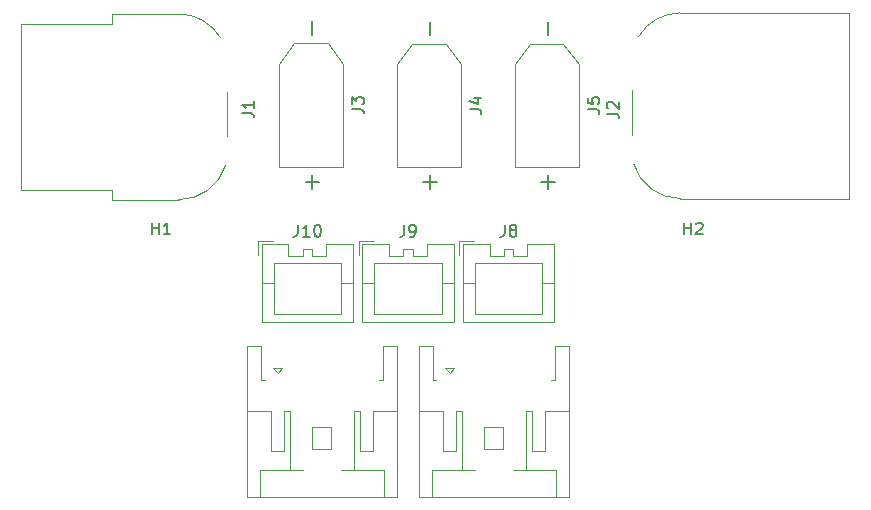
<source format=gbr>
%TF.GenerationSoftware,KiCad,Pcbnew,8.0.4*%
%TF.CreationDate,2024-07-22T18:27:50+09:00*%
%TF.ProjectId,RoboMaster branch circuit substrate-3,526f626f-4d61-4737-9465-72206272616e,rev?*%
%TF.SameCoordinates,Original*%
%TF.FileFunction,Legend,Top*%
%TF.FilePolarity,Positive*%
%FSLAX46Y46*%
G04 Gerber Fmt 4.6, Leading zero omitted, Abs format (unit mm)*
G04 Created by KiCad (PCBNEW 8.0.4) date 2024-07-22 18:27:50*
%MOMM*%
%LPD*%
G01*
G04 APERTURE LIST*
%ADD10C,0.150000*%
%ADD11C,0.120000*%
G04 APERTURE END LIST*
D10*
X172324819Y-99139999D02*
X173039104Y-99139999D01*
X173039104Y-99139999D02*
X173181961Y-99187618D01*
X173181961Y-99187618D02*
X173277200Y-99282856D01*
X173277200Y-99282856D02*
X173324819Y-99425713D01*
X173324819Y-99425713D02*
X173324819Y-99520951D01*
X172324819Y-98187618D02*
X172324819Y-98663808D01*
X172324819Y-98663808D02*
X172801009Y-98711427D01*
X172801009Y-98711427D02*
X172753390Y-98663808D01*
X172753390Y-98663808D02*
X172705771Y-98568570D01*
X172705771Y-98568570D02*
X172705771Y-98330475D01*
X172705771Y-98330475D02*
X172753390Y-98235237D01*
X172753390Y-98235237D02*
X172801009Y-98187618D01*
X172801009Y-98187618D02*
X172896247Y-98139999D01*
X172896247Y-98139999D02*
X173134342Y-98139999D01*
X173134342Y-98139999D02*
X173229580Y-98187618D01*
X173229580Y-98187618D02*
X173277200Y-98235237D01*
X173277200Y-98235237D02*
X173324819Y-98330475D01*
X173324819Y-98330475D02*
X173324819Y-98568570D01*
X173324819Y-98568570D02*
X173277200Y-98663808D01*
X173277200Y-98663808D02*
X173229580Y-98711427D01*
X168984700Y-105878094D02*
X168984700Y-104735237D01*
X169556128Y-105306665D02*
X168413271Y-105306665D01*
X168984700Y-92878094D02*
X168984700Y-91735237D01*
X165296666Y-108944819D02*
X165296666Y-109659104D01*
X165296666Y-109659104D02*
X165249047Y-109801961D01*
X165249047Y-109801961D02*
X165153809Y-109897200D01*
X165153809Y-109897200D02*
X165010952Y-109944819D01*
X165010952Y-109944819D02*
X164915714Y-109944819D01*
X165915714Y-109373390D02*
X165820476Y-109325771D01*
X165820476Y-109325771D02*
X165772857Y-109278152D01*
X165772857Y-109278152D02*
X165725238Y-109182914D01*
X165725238Y-109182914D02*
X165725238Y-109135295D01*
X165725238Y-109135295D02*
X165772857Y-109040057D01*
X165772857Y-109040057D02*
X165820476Y-108992438D01*
X165820476Y-108992438D02*
X165915714Y-108944819D01*
X165915714Y-108944819D02*
X166106190Y-108944819D01*
X166106190Y-108944819D02*
X166201428Y-108992438D01*
X166201428Y-108992438D02*
X166249047Y-109040057D01*
X166249047Y-109040057D02*
X166296666Y-109135295D01*
X166296666Y-109135295D02*
X166296666Y-109182914D01*
X166296666Y-109182914D02*
X166249047Y-109278152D01*
X166249047Y-109278152D02*
X166201428Y-109325771D01*
X166201428Y-109325771D02*
X166106190Y-109373390D01*
X166106190Y-109373390D02*
X165915714Y-109373390D01*
X165915714Y-109373390D02*
X165820476Y-109421009D01*
X165820476Y-109421009D02*
X165772857Y-109468628D01*
X165772857Y-109468628D02*
X165725238Y-109563866D01*
X165725238Y-109563866D02*
X165725238Y-109754342D01*
X165725238Y-109754342D02*
X165772857Y-109849580D01*
X165772857Y-109849580D02*
X165820476Y-109897200D01*
X165820476Y-109897200D02*
X165915714Y-109944819D01*
X165915714Y-109944819D02*
X166106190Y-109944819D01*
X166106190Y-109944819D02*
X166201428Y-109897200D01*
X166201428Y-109897200D02*
X166249047Y-109849580D01*
X166249047Y-109849580D02*
X166296666Y-109754342D01*
X166296666Y-109754342D02*
X166296666Y-109563866D01*
X166296666Y-109563866D02*
X166249047Y-109468628D01*
X166249047Y-109468628D02*
X166201428Y-109421009D01*
X166201428Y-109421009D02*
X166106190Y-109373390D01*
X147780476Y-108944819D02*
X147780476Y-109659104D01*
X147780476Y-109659104D02*
X147732857Y-109801961D01*
X147732857Y-109801961D02*
X147637619Y-109897200D01*
X147637619Y-109897200D02*
X147494762Y-109944819D01*
X147494762Y-109944819D02*
X147399524Y-109944819D01*
X148780476Y-109944819D02*
X148209048Y-109944819D01*
X148494762Y-109944819D02*
X148494762Y-108944819D01*
X148494762Y-108944819D02*
X148399524Y-109087676D01*
X148399524Y-109087676D02*
X148304286Y-109182914D01*
X148304286Y-109182914D02*
X148209048Y-109230533D01*
X149399524Y-108944819D02*
X149494762Y-108944819D01*
X149494762Y-108944819D02*
X149590000Y-108992438D01*
X149590000Y-108992438D02*
X149637619Y-109040057D01*
X149637619Y-109040057D02*
X149685238Y-109135295D01*
X149685238Y-109135295D02*
X149732857Y-109325771D01*
X149732857Y-109325771D02*
X149732857Y-109563866D01*
X149732857Y-109563866D02*
X149685238Y-109754342D01*
X149685238Y-109754342D02*
X149637619Y-109849580D01*
X149637619Y-109849580D02*
X149590000Y-109897200D01*
X149590000Y-109897200D02*
X149494762Y-109944819D01*
X149494762Y-109944819D02*
X149399524Y-109944819D01*
X149399524Y-109944819D02*
X149304286Y-109897200D01*
X149304286Y-109897200D02*
X149256667Y-109849580D01*
X149256667Y-109849580D02*
X149209048Y-109754342D01*
X149209048Y-109754342D02*
X149161429Y-109563866D01*
X149161429Y-109563866D02*
X149161429Y-109325771D01*
X149161429Y-109325771D02*
X149209048Y-109135295D01*
X149209048Y-109135295D02*
X149256667Y-109040057D01*
X149256667Y-109040057D02*
X149304286Y-108992438D01*
X149304286Y-108992438D02*
X149399524Y-108944819D01*
X143094819Y-99473333D02*
X143809104Y-99473333D01*
X143809104Y-99473333D02*
X143951961Y-99520952D01*
X143951961Y-99520952D02*
X144047200Y-99616190D01*
X144047200Y-99616190D02*
X144094819Y-99759047D01*
X144094819Y-99759047D02*
X144094819Y-99854285D01*
X144094819Y-98473333D02*
X144094819Y-99044761D01*
X144094819Y-98759047D02*
X143094819Y-98759047D01*
X143094819Y-98759047D02*
X143237676Y-98854285D01*
X143237676Y-98854285D02*
X143332914Y-98949523D01*
X143332914Y-98949523D02*
X143380533Y-99044761D01*
X173944819Y-99523333D02*
X174659104Y-99523333D01*
X174659104Y-99523333D02*
X174801961Y-99570952D01*
X174801961Y-99570952D02*
X174897200Y-99666190D01*
X174897200Y-99666190D02*
X174944819Y-99809047D01*
X174944819Y-99809047D02*
X174944819Y-99904285D01*
X174040057Y-99094761D02*
X173992438Y-99047142D01*
X173992438Y-99047142D02*
X173944819Y-98951904D01*
X173944819Y-98951904D02*
X173944819Y-98713809D01*
X173944819Y-98713809D02*
X173992438Y-98618571D01*
X173992438Y-98618571D02*
X174040057Y-98570952D01*
X174040057Y-98570952D02*
X174135295Y-98523333D01*
X174135295Y-98523333D02*
X174230533Y-98523333D01*
X174230533Y-98523333D02*
X174373390Y-98570952D01*
X174373390Y-98570952D02*
X174944819Y-99142380D01*
X174944819Y-99142380D02*
X174944819Y-98523333D01*
X152354819Y-99133333D02*
X153069104Y-99133333D01*
X153069104Y-99133333D02*
X153211961Y-99180952D01*
X153211961Y-99180952D02*
X153307200Y-99276190D01*
X153307200Y-99276190D02*
X153354819Y-99419047D01*
X153354819Y-99419047D02*
X153354819Y-99514285D01*
X152354819Y-98752380D02*
X152354819Y-98133333D01*
X152354819Y-98133333D02*
X152735771Y-98466666D01*
X152735771Y-98466666D02*
X152735771Y-98323809D01*
X152735771Y-98323809D02*
X152783390Y-98228571D01*
X152783390Y-98228571D02*
X152831009Y-98180952D01*
X152831009Y-98180952D02*
X152926247Y-98133333D01*
X152926247Y-98133333D02*
X153164342Y-98133333D01*
X153164342Y-98133333D02*
X153259580Y-98180952D01*
X153259580Y-98180952D02*
X153307200Y-98228571D01*
X153307200Y-98228571D02*
X153354819Y-98323809D01*
X153354819Y-98323809D02*
X153354819Y-98609523D01*
X153354819Y-98609523D02*
X153307200Y-98704761D01*
X153307200Y-98704761D02*
X153259580Y-98752380D01*
X149014700Y-92871428D02*
X149014700Y-91728571D01*
X149014700Y-105871428D02*
X149014700Y-104728571D01*
X149586128Y-105299999D02*
X148443271Y-105299999D01*
X156786666Y-108944819D02*
X156786666Y-109659104D01*
X156786666Y-109659104D02*
X156739047Y-109801961D01*
X156739047Y-109801961D02*
X156643809Y-109897200D01*
X156643809Y-109897200D02*
X156500952Y-109944819D01*
X156500952Y-109944819D02*
X156405714Y-109944819D01*
X157310476Y-109944819D02*
X157500952Y-109944819D01*
X157500952Y-109944819D02*
X157596190Y-109897200D01*
X157596190Y-109897200D02*
X157643809Y-109849580D01*
X157643809Y-109849580D02*
X157739047Y-109706723D01*
X157739047Y-109706723D02*
X157786666Y-109516247D01*
X157786666Y-109516247D02*
X157786666Y-109135295D01*
X157786666Y-109135295D02*
X157739047Y-109040057D01*
X157739047Y-109040057D02*
X157691428Y-108992438D01*
X157691428Y-108992438D02*
X157596190Y-108944819D01*
X157596190Y-108944819D02*
X157405714Y-108944819D01*
X157405714Y-108944819D02*
X157310476Y-108992438D01*
X157310476Y-108992438D02*
X157262857Y-109040057D01*
X157262857Y-109040057D02*
X157215238Y-109135295D01*
X157215238Y-109135295D02*
X157215238Y-109373390D01*
X157215238Y-109373390D02*
X157262857Y-109468628D01*
X157262857Y-109468628D02*
X157310476Y-109516247D01*
X157310476Y-109516247D02*
X157405714Y-109563866D01*
X157405714Y-109563866D02*
X157596190Y-109563866D01*
X157596190Y-109563866D02*
X157691428Y-109516247D01*
X157691428Y-109516247D02*
X157739047Y-109468628D01*
X157739047Y-109468628D02*
X157786666Y-109373390D01*
X162339819Y-99146665D02*
X163054104Y-99146665D01*
X163054104Y-99146665D02*
X163196961Y-99194284D01*
X163196961Y-99194284D02*
X163292200Y-99289522D01*
X163292200Y-99289522D02*
X163339819Y-99432379D01*
X163339819Y-99432379D02*
X163339819Y-99527617D01*
X162673152Y-98241903D02*
X163339819Y-98241903D01*
X162292200Y-98479998D02*
X163006485Y-98718093D01*
X163006485Y-98718093D02*
X163006485Y-98099046D01*
X158999700Y-105884760D02*
X158999700Y-104741903D01*
X159571128Y-105313331D02*
X158428271Y-105313331D01*
X158999700Y-92884760D02*
X158999700Y-91741903D01*
X180498095Y-109754819D02*
X180498095Y-108754819D01*
X180498095Y-109231009D02*
X181069523Y-109231009D01*
X181069523Y-109754819D02*
X181069523Y-108754819D01*
X181498095Y-108850057D02*
X181545714Y-108802438D01*
X181545714Y-108802438D02*
X181640952Y-108754819D01*
X181640952Y-108754819D02*
X181879047Y-108754819D01*
X181879047Y-108754819D02*
X181974285Y-108802438D01*
X181974285Y-108802438D02*
X182021904Y-108850057D01*
X182021904Y-108850057D02*
X182069523Y-108945295D01*
X182069523Y-108945295D02*
X182069523Y-109040533D01*
X182069523Y-109040533D02*
X182021904Y-109183390D01*
X182021904Y-109183390D02*
X181450476Y-109754819D01*
X181450476Y-109754819D02*
X182069523Y-109754819D01*
X135438095Y-109754819D02*
X135438095Y-108754819D01*
X135438095Y-109231009D02*
X136009523Y-109231009D01*
X136009523Y-109754819D02*
X136009523Y-108754819D01*
X137009523Y-109754819D02*
X136438095Y-109754819D01*
X136723809Y-109754819D02*
X136723809Y-108754819D01*
X136723809Y-108754819D02*
X136628571Y-108897676D01*
X136628571Y-108897676D02*
X136533333Y-108992914D01*
X136533333Y-108992914D02*
X136438095Y-109040533D01*
D11*
%TO.C,J5*%
X166160000Y-95296666D02*
X166160000Y-104016666D01*
X167460000Y-93596666D02*
X166160000Y-95296666D01*
X170280000Y-93596666D02*
X167460000Y-93596666D01*
X170280000Y-93596666D02*
X171580000Y-95296666D01*
X171580000Y-95296666D02*
X171580000Y-104016666D01*
X171580000Y-104016666D02*
X166160000Y-104016666D01*
%TO.C,J8*%
X161470000Y-110280000D02*
X161470000Y-111530000D01*
X161770000Y-110580000D02*
X161770000Y-117200000D01*
X161770000Y-113890000D02*
X162780000Y-113890000D01*
X161770000Y-117200000D02*
X169490000Y-117200000D01*
X162720000Y-110280000D02*
X161470000Y-110280000D01*
X162780000Y-112190000D02*
X162780000Y-116490000D01*
X162780000Y-116490000D02*
X168480000Y-116490000D01*
X164030000Y-110580000D02*
X161770000Y-110580000D01*
X164030000Y-111580000D02*
X164030000Y-110580000D01*
X165230000Y-110980000D02*
X165230000Y-111580000D01*
X165230000Y-111580000D02*
X164030000Y-111580000D01*
X166030000Y-110980000D02*
X165230000Y-110980000D01*
X166030000Y-111580000D02*
X166030000Y-110980000D01*
X167230000Y-110580000D02*
X167230000Y-111580000D01*
X167230000Y-111580000D02*
X166030000Y-111580000D01*
X168480000Y-112190000D02*
X162780000Y-112190000D01*
X168480000Y-116490000D02*
X168480000Y-112190000D01*
X169490000Y-110580000D02*
X167230000Y-110580000D01*
X169490000Y-113890000D02*
X168480000Y-113890000D01*
X169490000Y-117200000D02*
X169490000Y-110580000D01*
%TO.C,J6*%
X158030000Y-119180000D02*
X158030000Y-132000000D01*
X158030000Y-132000000D02*
X170750000Y-132000000D01*
X159140000Y-129700000D02*
X162790000Y-129700000D01*
X159140000Y-132000000D02*
X159140000Y-129700000D01*
X159250000Y-119180000D02*
X158030000Y-119180000D01*
X159250000Y-122080000D02*
X159250000Y-119180000D01*
X159530000Y-122080000D02*
X159250000Y-122080000D01*
X160090000Y-124690000D02*
X158030000Y-124690000D01*
X160090000Y-128100000D02*
X160090000Y-124690000D01*
X160240000Y-121090000D02*
X161040000Y-121090000D01*
X160640000Y-121490000D02*
X160240000Y-121090000D01*
X161040000Y-121090000D02*
X160640000Y-121490000D01*
X161190000Y-124690000D02*
X161190000Y-128100000D01*
X161190000Y-128100000D02*
X160090000Y-128100000D01*
X161690000Y-124690000D02*
X161190000Y-124690000D01*
X161690000Y-129700000D02*
X161690000Y-124690000D01*
X163590000Y-126090000D02*
X165190000Y-126090000D01*
X163590000Y-127890000D02*
X163590000Y-126090000D01*
X165190000Y-126090000D02*
X165190000Y-127890000D01*
X165190000Y-127890000D02*
X163590000Y-127890000D01*
X165990000Y-129700000D02*
X169640000Y-129700000D01*
X167090000Y-124690000D02*
X167590000Y-124690000D01*
X167090000Y-129700000D02*
X167090000Y-124690000D01*
X167590000Y-124690000D02*
X167590000Y-128100000D01*
X167590000Y-128100000D02*
X168690000Y-128100000D01*
X168690000Y-124690000D02*
X170750000Y-124690000D01*
X168690000Y-128100000D02*
X168690000Y-124690000D01*
X169530000Y-119180000D02*
X169530000Y-122080000D01*
X169530000Y-122080000D02*
X169250000Y-122080000D01*
X169640000Y-129700000D02*
X169640000Y-132000000D01*
X170750000Y-119180000D02*
X169530000Y-119180000D01*
X170750000Y-132000000D02*
X170750000Y-119180000D01*
%TO.C,J10*%
X144430000Y-110280000D02*
X144430000Y-111530000D01*
X144730000Y-110580000D02*
X144730000Y-117200000D01*
X144730000Y-113890000D02*
X145740000Y-113890000D01*
X144730000Y-117200000D02*
X152450000Y-117200000D01*
X145680000Y-110280000D02*
X144430000Y-110280000D01*
X145740000Y-112190000D02*
X145740000Y-116490000D01*
X145740000Y-116490000D02*
X151440000Y-116490000D01*
X146990000Y-110580000D02*
X144730000Y-110580000D01*
X146990000Y-111580000D02*
X146990000Y-110580000D01*
X148190000Y-110980000D02*
X148190000Y-111580000D01*
X148190000Y-111580000D02*
X146990000Y-111580000D01*
X148990000Y-110980000D02*
X148190000Y-110980000D01*
X148990000Y-111580000D02*
X148990000Y-110980000D01*
X150190000Y-110580000D02*
X150190000Y-111580000D01*
X150190000Y-111580000D02*
X148990000Y-111580000D01*
X151440000Y-112190000D02*
X145740000Y-112190000D01*
X151440000Y-116490000D02*
X151440000Y-112190000D01*
X152450000Y-110580000D02*
X150190000Y-110580000D01*
X152450000Y-113890000D02*
X151440000Y-113890000D01*
X152450000Y-117200000D02*
X152450000Y-110580000D01*
%TO.C,J1*%
X124390000Y-91940000D02*
X132090000Y-91940000D01*
X124390000Y-105960000D02*
X124390000Y-91940000D01*
X124390000Y-105960000D02*
X132090000Y-105960000D01*
X132090000Y-91090000D02*
X137700000Y-91090000D01*
X132090000Y-91940000D02*
X132090000Y-91090000D01*
X132090000Y-106810000D02*
X132090000Y-105960000D01*
X132090000Y-106810000D02*
X137700000Y-106810000D01*
X141810000Y-101400000D02*
X141810000Y-97660000D01*
X137700000Y-91090000D02*
G75*
G02*
X141222958Y-93083194I0J-4110000D01*
G01*
X141658718Y-103939900D02*
G75*
G02*
X137700000Y-106810000I-3918716J1239898D01*
G01*
%TO.C,J7*%
X143470000Y-119180000D02*
X143470000Y-132000000D01*
X143470000Y-132000000D02*
X156190000Y-132000000D01*
X144580000Y-129700000D02*
X148230000Y-129700000D01*
X144580000Y-132000000D02*
X144580000Y-129700000D01*
X144690000Y-119180000D02*
X143470000Y-119180000D01*
X144690000Y-122080000D02*
X144690000Y-119180000D01*
X144970000Y-122080000D02*
X144690000Y-122080000D01*
X145530000Y-124690000D02*
X143470000Y-124690000D01*
X145530000Y-128100000D02*
X145530000Y-124690000D01*
X145680000Y-121090000D02*
X146480000Y-121090000D01*
X146080000Y-121490000D02*
X145680000Y-121090000D01*
X146480000Y-121090000D02*
X146080000Y-121490000D01*
X146630000Y-124690000D02*
X146630000Y-128100000D01*
X146630000Y-128100000D02*
X145530000Y-128100000D01*
X147130000Y-124690000D02*
X146630000Y-124690000D01*
X147130000Y-129700000D02*
X147130000Y-124690000D01*
X149030000Y-126090000D02*
X150630000Y-126090000D01*
X149030000Y-127890000D02*
X149030000Y-126090000D01*
X150630000Y-126090000D02*
X150630000Y-127890000D01*
X150630000Y-127890000D02*
X149030000Y-127890000D01*
X151430000Y-129700000D02*
X155080000Y-129700000D01*
X152530000Y-124690000D02*
X153030000Y-124690000D01*
X152530000Y-129700000D02*
X152530000Y-124690000D01*
X153030000Y-124690000D02*
X153030000Y-128100000D01*
X153030000Y-128100000D02*
X154130000Y-128100000D01*
X154130000Y-124690000D02*
X156190000Y-124690000D01*
X154130000Y-128100000D02*
X154130000Y-124690000D01*
X154970000Y-119180000D02*
X154970000Y-122080000D01*
X154970000Y-122080000D02*
X154690000Y-122080000D01*
X155080000Y-129700000D02*
X155080000Y-132000000D01*
X156190000Y-119180000D02*
X154970000Y-119180000D01*
X156190000Y-132000000D02*
X156190000Y-119180000D01*
%TO.C,J2*%
X176060000Y-97570000D02*
X176060000Y-101310000D01*
X194480000Y-91000000D02*
X180170000Y-91000000D01*
X194480000Y-91000000D02*
X194480000Y-106720000D01*
X194480000Y-106720000D02*
X180170000Y-106720000D01*
X176647042Y-92993194D02*
G75*
G02*
X180170000Y-91000000I3522957J-2116805D01*
G01*
X180170000Y-106720000D02*
G75*
G02*
X176239587Y-103811648I0J4110000D01*
G01*
%TO.C,J3*%
X146190000Y-95290000D02*
X146190000Y-104010000D01*
X147490000Y-93590000D02*
X146190000Y-95290000D01*
X150310000Y-93590000D02*
X147490000Y-93590000D01*
X150310000Y-93590000D02*
X151610000Y-95290000D01*
X151610000Y-95290000D02*
X151610000Y-104010000D01*
X151610000Y-104010000D02*
X146190000Y-104010000D01*
%TO.C,J9*%
X152960000Y-110280000D02*
X152960000Y-111530000D01*
X153260000Y-110580000D02*
X153260000Y-117200000D01*
X153260000Y-113890000D02*
X154270000Y-113890000D01*
X153260000Y-117200000D02*
X160980000Y-117200000D01*
X154210000Y-110280000D02*
X152960000Y-110280000D01*
X154270000Y-112190000D02*
X154270000Y-116490000D01*
X154270000Y-116490000D02*
X159970000Y-116490000D01*
X155520000Y-110580000D02*
X153260000Y-110580000D01*
X155520000Y-111580000D02*
X155520000Y-110580000D01*
X156720000Y-110980000D02*
X156720000Y-111580000D01*
X156720000Y-111580000D02*
X155520000Y-111580000D01*
X157520000Y-110980000D02*
X156720000Y-110980000D01*
X157520000Y-111580000D02*
X157520000Y-110980000D01*
X158720000Y-110580000D02*
X158720000Y-111580000D01*
X158720000Y-111580000D02*
X157520000Y-111580000D01*
X159970000Y-112190000D02*
X154270000Y-112190000D01*
X159970000Y-116490000D02*
X159970000Y-112190000D01*
X160980000Y-110580000D02*
X158720000Y-110580000D01*
X160980000Y-113890000D02*
X159970000Y-113890000D01*
X160980000Y-117200000D02*
X160980000Y-110580000D01*
%TO.C,J4*%
X156175000Y-95303332D02*
X156175000Y-104023332D01*
X157475000Y-93603332D02*
X156175000Y-95303332D01*
X160295000Y-93603332D02*
X157475000Y-93603332D01*
X160295000Y-93603332D02*
X161595000Y-95303332D01*
X161595000Y-95303332D02*
X161595000Y-104023332D01*
X161595000Y-104023332D02*
X156175000Y-104023332D01*
%TD*%
M02*

</source>
